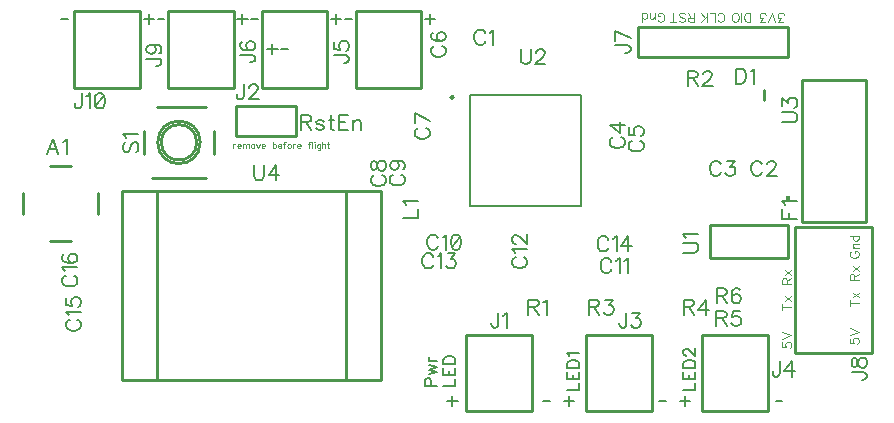
<source format=gbr>
%TF.GenerationSoftware,Novarm,DipTrace,3.3.0.1*%
%TF.CreationDate,2018-11-14T10:18:30-08:00*%
%FSLAX26Y26*%
%MOIN*%
%TF.FileFunction,Legend,Top*%
%TF.Part,Single*%
%ADD10C,0.009843*%
%ADD29C,0.015403*%
%ADD34C,0.007874*%
%ADD92C,0.00772*%
%ADD93C,0.006176*%
%ADD94C,0.004632*%
%ADD96C,0.003088*%
G75*
G01*
%LPD*%
X584654Y1258500D2*
D10*
X655502D1*
X746000Y1168002D2*
Y1097154D1*
X655502Y1006656D2*
X584654D1*
X494156Y1097154D2*
Y1168002D1*
X2964665Y1509448D2*
Y1477952D1*
X1972145Y694684D2*
Y438779D1*
X2190255Y694684D2*
X1972145D1*
X2190255D2*
Y438779D1*
X1972145D1*
X1206200Y1456200D2*
Y1356200D1*
X1406200Y1456200D2*
X1206200D1*
X1406200D2*
Y1356200D1*
X1206200D1*
X2372145Y694684D2*
Y438779D1*
X2590255Y694684D2*
X2372145D1*
X2590255D2*
Y438779D1*
X2372145D1*
X2759645Y694684D2*
Y438779D1*
X2977755Y694684D2*
X2759645D1*
X2977755D2*
Y438779D1*
X2759645D1*
X1821653Y1517716D2*
Y1773621D1*
X1603543Y1517716D2*
X1821653D1*
X1603543D2*
Y1773621D1*
X1821653D1*
X1509153Y1517716D2*
Y1773621D1*
X1291043Y1517716D2*
X1509153D1*
X1291043D2*
Y1773621D1*
X1509153D1*
X3043700Y1618700D2*
Y1718700D1*
X2543700Y1618700D2*
X3043700D1*
X2543700Y1718700D2*
X3043700D1*
X2543700Y1618700D2*
Y1718700D1*
X3067716Y634645D2*
X3323621D1*
X3067716Y1052755D2*
Y634645D1*
Y1052755D2*
X3323621D1*
Y634645D1*
X1196653Y1517716D2*
Y1773621D1*
X978543Y1517716D2*
X1196653D1*
X978543D2*
Y1773621D1*
X1196653D1*
X884153Y1517716D2*
Y1773621D1*
X666043Y1517716D2*
X884153D1*
X666043D2*
Y1773621D1*
X884153D1*
X943872Y1335758D2*
G02X943872Y1335758I70862J0D01*
G01*
X924179Y1217640D2*
X1105289D1*
X1132859Y1296361D2*
Y1375130D1*
X1105289Y1453875D2*
X939933D1*
X896609Y1375130D2*
Y1296361D1*
X955688Y1335746D2*
G02X955688Y1335746I59046J0D01*
G01*
D29*
X3044529Y1148894D3*
X3045569Y1059645D2*
D10*
X2785739D1*
X3045569Y949409D2*
X2785739D1*
Y1059645D2*
Y949409D1*
X3045569Y1059645D2*
Y949409D1*
X1986014Y1492626D2*
D34*
X2354142D1*
Y1124498D1*
X1986014D1*
Y1492626D1*
X1920088Y1485742D2*
D10*
G02X1920088Y1485742I4925J0D01*
G01*
X3306102Y1071161D2*
Y1543602D1*
Y1071161D2*
X3091535D1*
X3306102Y1543602D2*
X3091535D1*
Y1071161D2*
Y1543602D1*
X1571720Y1173621D2*
X941861D1*
Y543700D1*
X1571720D1*
Y1173621D1*
X1689861Y543700D2*
X823720D1*
Y1173621D1*
X1689861D1*
Y543700D1*
X613012Y1295620D2*
D92*
X593834Y1345860D1*
X574711Y1295620D1*
X581896Y1312367D2*
X605827D1*
X628452Y1336243D2*
X633260Y1338675D1*
X640445Y1345805D1*
Y1295620D1*
X2035622Y1699188D2*
X2033245Y1703941D1*
X2028437Y1708750D1*
X2023684Y1711126D1*
X2014122D1*
X2009314Y1708750D1*
X2004561Y1703941D1*
X2002129Y1699188D1*
X1999752Y1692003D1*
Y1680010D1*
X2002129Y1672880D1*
X2004561Y1668072D1*
X2009314Y1663318D1*
X2014122Y1660886D1*
X2023684D1*
X2028437Y1663318D1*
X2033245Y1668072D1*
X2035622Y1672880D1*
X2051061Y1701510D2*
X2055870Y1703941D1*
X2063055Y1711071D1*
Y1660886D1*
X2958133Y1262170D2*
X2955757Y1266923D1*
X2950948Y1271732D1*
X2946195Y1274108D1*
X2936633D1*
X2931825Y1271732D1*
X2927072Y1266923D1*
X2924640Y1262170D1*
X2922263Y1254985D1*
Y1242991D1*
X2924640Y1235862D1*
X2927072Y1231053D1*
X2931825Y1226300D1*
X2936633Y1223868D1*
X2946195D1*
X2950948Y1226300D1*
X2955757Y1231053D1*
X2958133Y1235862D1*
X2976004Y1262115D2*
Y1264491D1*
X2978381Y1269300D1*
X2980758Y1271676D1*
X2985566Y1274053D1*
X2995128D1*
X2999881Y1271676D1*
X3002257Y1269300D1*
X3004689Y1264491D1*
Y1259738D1*
X3002257Y1254930D1*
X2997504Y1247800D1*
X2973572Y1223868D1*
X3007066D1*
X2820633Y1262170D2*
X2818257Y1266923D1*
X2813448Y1271732D1*
X2808695Y1274108D1*
X2799133D1*
X2794325Y1271732D1*
X2789572Y1266923D1*
X2787140Y1262170D1*
X2784763Y1254985D1*
Y1242991D1*
X2787140Y1235862D1*
X2789572Y1231053D1*
X2794325Y1226300D1*
X2799133Y1223868D1*
X2808695D1*
X2813448Y1226300D1*
X2818257Y1231053D1*
X2820633Y1235862D1*
X2840881Y1274053D2*
X2867134D1*
X2852819Y1254930D1*
X2860004D1*
X2864757Y1252553D1*
X2867134Y1250176D1*
X2869566Y1242991D1*
Y1238238D1*
X2867134Y1231053D1*
X2862381Y1226245D1*
X2855196Y1223868D1*
X2848011D1*
X2840881Y1226245D1*
X2838504Y1228677D1*
X2836072Y1233430D1*
X2462730Y1352516D2*
X2457977Y1350139D1*
X2453169Y1345331D1*
X2450792Y1340578D1*
Y1331016D1*
X2453168Y1326208D1*
X2457977Y1321454D1*
X2462730Y1319023D1*
X2469915Y1316646D1*
X2481909D1*
X2489038Y1319023D1*
X2493847Y1321454D1*
X2498600Y1326208D1*
X2501032Y1331016D1*
Y1340578D1*
X2498600Y1345331D1*
X2493847Y1350139D1*
X2489038Y1352516D1*
X2501032Y1391887D2*
X2450847D1*
X2484285Y1367955D1*
Y1403825D1*
X2525230Y1341204D2*
X2520477Y1338828D1*
X2515669Y1334019D1*
X2513292Y1329266D1*
Y1319704D1*
X2515668Y1314896D1*
X2520477Y1310143D1*
X2525230Y1307711D1*
X2532415Y1305334D1*
X2544409D1*
X2551538Y1307711D1*
X2556347Y1310143D1*
X2561100Y1314896D1*
X2563532Y1319704D1*
Y1329266D1*
X2561100Y1334019D1*
X2556347Y1338828D1*
X2551538Y1341204D1*
X2513347Y1385328D2*
Y1361452D1*
X2534847Y1359075D1*
X2532470Y1361452D1*
X2530039Y1368637D1*
Y1375767D1*
X2532470Y1382952D1*
X2537224Y1387760D1*
X2544409Y1390137D1*
X2549162D1*
X2556347Y1387760D1*
X2561155Y1382952D1*
X2563532Y1375767D1*
Y1368637D1*
X2561155Y1361452D1*
X2558723Y1359075D1*
X2553970Y1356643D1*
X1866182Y1657575D2*
X1861428Y1655198D1*
X1856620Y1650390D1*
X1854243Y1645637D1*
Y1636075D1*
X1856620Y1631267D1*
X1861428Y1626514D1*
X1866182Y1624082D1*
X1873367Y1621705D1*
X1885360D1*
X1892490Y1624082D1*
X1897298Y1626514D1*
X1902052Y1631267D1*
X1904483Y1636075D1*
Y1645637D1*
X1902052Y1650390D1*
X1897298Y1655198D1*
X1892490Y1657575D1*
X1861428Y1701699D2*
X1856675Y1699322D1*
X1854299Y1692137D1*
Y1687384D1*
X1856675Y1680199D1*
X1863860Y1675391D1*
X1875799Y1673014D1*
X1887737D1*
X1897298Y1675391D1*
X1902107Y1680199D1*
X1904483Y1687384D1*
Y1689761D1*
X1902107Y1696891D1*
X1897298Y1701699D1*
X1890113Y1704076D1*
X1887737D1*
X1880552Y1701699D1*
X1875799Y1696891D1*
X1873422Y1689761D1*
Y1687384D1*
X1875799Y1680199D1*
X1880552Y1675391D1*
X1887737Y1673014D1*
X1812730Y1383133D2*
X1807977Y1380757D1*
X1803169Y1375948D1*
X1800792Y1371195D1*
Y1361634D1*
X1803168Y1356825D1*
X1807977Y1352072D1*
X1812730Y1349640D1*
X1819915Y1347263D1*
X1831909D1*
X1839038Y1349640D1*
X1843847Y1352072D1*
X1848600Y1356825D1*
X1851032Y1361633D1*
Y1371195D1*
X1848600Y1375948D1*
X1843847Y1380757D1*
X1839038Y1383133D1*
X1851032Y1408134D2*
X1800847Y1432066D1*
Y1398573D1*
X1666182Y1226215D2*
X1661428Y1223838D1*
X1656620Y1219030D1*
X1654243Y1214277D1*
Y1204715D1*
X1656620Y1199907D1*
X1661428Y1195153D1*
X1666182Y1192721D1*
X1673367Y1190345D1*
X1685360D1*
X1692490Y1192721D1*
X1697298Y1195153D1*
X1702052Y1199906D1*
X1704483Y1204715D1*
Y1214277D1*
X1702052Y1219030D1*
X1697298Y1223838D1*
X1692490Y1226215D1*
X1654299Y1253592D2*
X1656675Y1246462D1*
X1661428Y1244031D1*
X1666237D1*
X1670990Y1246462D1*
X1673422Y1251216D1*
X1675799Y1260777D1*
X1678175Y1267962D1*
X1682984Y1272715D1*
X1687737Y1275092D1*
X1694922D1*
X1699675Y1272715D1*
X1702107Y1270339D1*
X1704483Y1263154D1*
Y1253592D1*
X1702107Y1246462D1*
X1699675Y1244031D1*
X1694922Y1241654D1*
X1687737D1*
X1682984Y1244031D1*
X1678175Y1248839D1*
X1675799Y1255969D1*
X1673422Y1265530D1*
X1670990Y1270339D1*
X1666237Y1272715D1*
X1661428D1*
X1656675Y1270339D1*
X1654299Y1263154D1*
Y1253592D1*
X1729415Y1228109D2*
X1724662Y1225732D1*
X1719854Y1220924D1*
X1717477Y1216171D1*
Y1206609D1*
X1719854Y1201801D1*
X1724662Y1197048D1*
X1729415Y1194616D1*
X1736600Y1192239D1*
X1748594D1*
X1755723Y1194616D1*
X1760532Y1197048D1*
X1765285Y1201801D1*
X1767717Y1206609D1*
Y1216171D1*
X1765285Y1220924D1*
X1760532Y1225732D1*
X1755724Y1228109D1*
X1734224Y1274665D2*
X1741409Y1272233D1*
X1746217Y1267480D1*
X1748594Y1260295D1*
Y1257918D1*
X1746217Y1250733D1*
X1741409Y1245980D1*
X1734224Y1243548D1*
X1731847D1*
X1724662Y1245980D1*
X1719909Y1250733D1*
X1717532Y1257918D1*
Y1260295D1*
X1719909Y1267480D1*
X1724662Y1272233D1*
X1734224Y1274665D1*
X1746217D1*
X1758155Y1272233D1*
X1765340Y1267480D1*
X1767717Y1260295D1*
Y1255542D1*
X1765340Y1248357D1*
X1760532Y1245980D1*
X1878266Y1016236D2*
X1875889Y1020989D1*
X1871081Y1025797D1*
X1866328Y1028174D1*
X1856766D1*
X1851958Y1025797D1*
X1847204Y1020989D1*
X1844773Y1016236D1*
X1842396Y1009050D1*
Y997057D1*
X1844773Y989927D1*
X1847204Y985119D1*
X1851958Y980366D1*
X1856766Y977934D1*
X1866328D1*
X1871081Y980366D1*
X1875889Y985119D1*
X1878266Y989927D1*
X1893705Y1018557D2*
X1898514Y1020989D1*
X1905699Y1028118D1*
Y977934D1*
X1935508Y1028118D2*
X1928323Y1025742D1*
X1923515Y1018557D1*
X1921138Y1006619D1*
Y999434D1*
X1923515Y987495D1*
X1928323Y980310D1*
X1935508Y977934D1*
X1940261D1*
X1947446Y980310D1*
X1952199Y987495D1*
X1954631Y999434D1*
Y1006619D1*
X1952199Y1018557D1*
X1947446Y1025742D1*
X1940261Y1028118D1*
X1935508D1*
X1952199Y1018557D2*
X1923515Y987495D1*
X2456080Y938489D2*
X2453704Y943242D1*
X2448895Y948050D1*
X2444142Y950427D1*
X2434580D1*
X2429772Y948050D1*
X2425019Y943242D1*
X2422587Y938489D1*
X2420210Y931304D1*
Y919310D1*
X2422587Y912180D1*
X2425019Y907372D1*
X2429772Y902619D1*
X2434580Y900187D1*
X2444142D1*
X2448895Y902619D1*
X2453704Y907372D1*
X2456080Y912180D1*
X2471519Y940810D2*
X2476328Y943242D1*
X2483513Y950372D1*
Y900187D1*
X2498952Y940810D2*
X2503761Y943242D1*
X2510946Y950372D1*
Y900187D1*
X2136965Y952479D2*
X2132212Y950102D1*
X2127403Y945294D1*
X2125027Y940540D1*
Y930979D1*
X2127403Y926170D1*
X2132212Y921417D1*
X2136965Y918985D1*
X2144150Y916609D1*
X2156144D1*
X2163273Y918985D1*
X2168082Y921417D1*
X2172835Y926170D1*
X2175267Y930979D1*
Y940540D1*
X2172835Y945294D1*
X2168082Y950102D1*
X2163273Y952479D1*
X2134644Y967918D2*
X2132212Y972726D1*
X2125082Y979911D1*
X2175267D1*
X2137020Y997782D2*
X2134644D1*
X2129835Y1000159D1*
X2127459Y1002536D1*
X2125082Y1007344D1*
Y1016906D1*
X2127459Y1021659D1*
X2129835Y1024035D1*
X2134644Y1026467D1*
X2139397D1*
X2144205Y1024035D1*
X2151335Y1019282D1*
X2175267Y995351D1*
Y1028844D1*
X1862305Y953736D2*
X1859929Y958489D1*
X1855120Y963297D1*
X1850367Y965674D1*
X1840805D1*
X1835997Y963297D1*
X1831244Y958489D1*
X1828812Y953736D1*
X1826435Y946550D1*
Y934557D1*
X1828812Y927427D1*
X1831244Y922619D1*
X1835997Y917866D1*
X1840805Y915434D1*
X1850367D1*
X1855120Y917866D1*
X1859929Y922619D1*
X1862305Y927427D1*
X1877745Y956057D2*
X1882553Y958489D1*
X1889738Y965618D1*
Y915434D1*
X1909986Y965618D2*
X1936239D1*
X1921924Y946495D1*
X1929109D1*
X1933862Y944119D1*
X1936239Y941742D1*
X1938671Y934557D1*
Y929804D1*
X1936239Y922619D1*
X1931486Y917810D1*
X1924301Y915434D1*
X1917116D1*
X1909986Y917810D1*
X1907609Y920242D1*
X1905177Y924995D1*
X2445915Y1010829D2*
X2443538Y1015582D1*
X2438730Y1020390D1*
X2433977Y1022767D1*
X2424415D1*
X2419607Y1020390D1*
X2414853Y1015582D1*
X2412422Y1010829D1*
X2410045Y1003644D1*
Y991650D1*
X2412422Y984520D1*
X2414853Y979712D1*
X2419607Y974959D1*
X2424415Y972527D1*
X2433977D1*
X2438730Y974959D1*
X2443538Y979712D1*
X2445915Y984520D1*
X2461354Y1013150D2*
X2466163Y1015582D1*
X2473348Y1022712D1*
Y972527D1*
X2512719D2*
Y1022712D1*
X2488787Y989274D1*
X2524657D1*
X650230Y744417D2*
X645477Y742040D1*
X640669Y737232D1*
X638292Y732479D1*
Y722917D1*
X640668Y718109D1*
X645477Y713356D1*
X650230Y710924D1*
X657415Y708547D1*
X669409D1*
X676538Y710924D1*
X681347Y713356D1*
X686100Y718109D1*
X688532Y722917D1*
Y732479D1*
X686100Y737232D1*
X681347Y742040D1*
X676538Y744417D1*
X647909Y759856D2*
X645477Y764665D1*
X638347Y771850D1*
X688532D1*
X638347Y815974D2*
Y792097D1*
X659847Y789721D1*
X657470Y792097D1*
X655039Y799282D1*
Y806412D1*
X657470Y813597D1*
X662224Y818406D1*
X669409Y820782D1*
X674162D1*
X681347Y818406D1*
X686155Y813597D1*
X688532Y806412D1*
Y799282D1*
X686155Y792097D1*
X683723Y789721D1*
X678970Y787289D1*
X637730Y891204D2*
X632977Y888827D1*
X628169Y884019D1*
X625792Y879266D1*
Y869704D1*
X628168Y864895D1*
X632977Y860142D1*
X637730Y857710D1*
X644915Y855334D1*
X656909D1*
X664038Y857710D1*
X668847Y860142D1*
X673600Y864895D1*
X676032Y869704D1*
Y879265D1*
X673600Y884019D1*
X668847Y888827D1*
X664038Y891204D1*
X635409Y906643D2*
X632977Y911451D1*
X625847Y918636D1*
X676032D1*
X632977Y962761D2*
X628224Y960384D1*
X625847Y953199D1*
Y948446D1*
X628224Y941261D1*
X635409Y936452D1*
X647347Y934076D1*
X659285D1*
X668847Y936452D1*
X673655Y941261D1*
X676032Y948446D1*
Y950822D1*
X673655Y957952D1*
X668847Y962761D1*
X661662Y965137D1*
X659285D1*
X652100Y962761D1*
X647347Y957952D1*
X644970Y950822D1*
Y948446D1*
X647347Y941261D1*
X652100Y936452D1*
X659285Y934076D1*
X2871258Y1581644D2*
Y1531404D1*
X2888005D1*
X2895190Y1533835D1*
X2899998Y1538589D1*
X2902375Y1543397D1*
X2904751Y1550527D1*
Y1562520D1*
X2902375Y1569705D1*
X2899998Y1574459D1*
X2895190Y1579267D1*
X2888005Y1581644D1*
X2871258D1*
X2920191Y1572027D2*
X2924999Y1574459D1*
X2932184Y1581588D1*
Y1531404D1*
X3025792Y1112078D2*
Y1080961D1*
X3076032D1*
X3049724D2*
Y1100084D1*
X3035409Y1127517D2*
X3032977Y1132325D1*
X3025847Y1139510D1*
X3076032D1*
X2079449Y767907D2*
Y729661D1*
X2077073Y722476D1*
X2074641Y720099D1*
X2069888Y717667D1*
X2065079D1*
X2060326Y720099D1*
X2057950Y722476D1*
X2055518Y729661D1*
Y734414D1*
X2094889Y758290D2*
X2099697Y760722D1*
X2106882Y767852D1*
Y717667D1*
X1231200Y1529423D2*
Y1491177D1*
X1228823Y1483992D1*
X1226391Y1481615D1*
X1221638Y1479183D1*
X1216829D1*
X1212076Y1481615D1*
X1209700Y1483992D1*
X1207268Y1491177D1*
Y1495930D1*
X1249071Y1517430D2*
Y1519806D1*
X1251447Y1524615D1*
X1253824Y1526991D1*
X1258632Y1529368D1*
X1268194D1*
X1272947Y1526991D1*
X1275324Y1524615D1*
X1277756Y1519806D1*
Y1515053D1*
X1275324Y1510245D1*
X1270571Y1503115D1*
X1246639Y1479183D1*
X1280132D1*
X2506200Y767907D2*
Y729661D1*
X2503823Y722476D1*
X2501391Y720099D1*
X2496638Y717667D1*
X2491829D1*
X2487076Y720099D1*
X2484700Y722476D1*
X2482268Y729661D1*
Y734414D1*
X2526447Y767852D2*
X2552700D1*
X2538385Y748729D1*
X2545571D1*
X2550324Y746352D1*
X2552700Y743976D1*
X2555132Y736791D1*
Y732037D1*
X2552700Y724852D1*
X2547947Y720044D1*
X2540762Y717667D1*
X2533577D1*
X2526447Y720044D1*
X2524071Y722476D1*
X2521639Y727229D1*
X3017511Y605407D2*
Y567161D1*
X3015135Y559976D1*
X3012703Y557599D1*
X3007950Y555167D1*
X3003141D1*
X2998388Y557599D1*
X2996011Y559976D1*
X2993580Y567161D1*
Y571914D1*
X3056882Y555167D2*
Y605352D1*
X3032951Y571914D1*
X3068820D1*
X1531304Y1625786D2*
X1569550D1*
X1576735Y1623410D1*
X1579112Y1620978D1*
X1581544Y1616225D1*
Y1611416D1*
X1579112Y1606663D1*
X1576735Y1604286D1*
X1569550Y1601855D1*
X1564797D1*
X1531359Y1669910D2*
Y1646034D1*
X1552859Y1643657D1*
X1550482Y1646034D1*
X1548050Y1653219D1*
Y1660349D1*
X1550482Y1667534D1*
X1555235Y1672342D1*
X1562420Y1674719D1*
X1567174D1*
X1574359Y1672342D1*
X1579167Y1667534D1*
X1581544Y1660349D1*
Y1653219D1*
X1579167Y1646034D1*
X1576735Y1643657D1*
X1571982Y1641225D1*
X1218804Y1627002D2*
X1257050D1*
X1264235Y1624626D1*
X1266612Y1622194D1*
X1269044Y1617441D1*
Y1612632D1*
X1266612Y1607879D1*
X1264235Y1605502D1*
X1257050Y1603071D1*
X1252297D1*
X1225989Y1671126D2*
X1221236Y1668750D1*
X1218859Y1661565D1*
Y1656812D1*
X1221236Y1649626D1*
X1228421Y1644818D1*
X1240359Y1642441D1*
X1252297D1*
X1261859Y1644818D1*
X1266667Y1649626D1*
X1269044Y1656811D1*
Y1659188D1*
X1266667Y1666318D1*
X1261859Y1671126D1*
X1254674Y1673503D1*
X1252297D1*
X1245112Y1671126D1*
X1240359Y1666318D1*
X1237982Y1659188D1*
Y1656811D1*
X1240359Y1649626D1*
X1245112Y1644818D1*
X1252297Y1642441D1*
X2469690Y1658660D2*
X2507936D1*
X2515121Y1656284D1*
X2517498Y1653852D1*
X2519930Y1649099D1*
Y1644290D1*
X2517498Y1639537D1*
X2515121Y1637160D1*
X2507936Y1634729D1*
X2503183D1*
X2519930Y1683661D2*
X2469745Y1707593D1*
Y1674100D1*
X3256993Y568727D2*
X3295239D1*
X3302424Y566351D1*
X3304801Y563919D1*
X3307233Y559166D1*
Y554357D1*
X3304801Y549604D1*
X3302424Y547227D1*
X3295239Y544796D1*
X3290486D1*
X3257048Y596105D2*
X3259425Y588975D1*
X3264178Y586543D1*
X3268986D1*
X3273739Y588975D1*
X3276171Y593728D1*
X3278548Y603290D1*
X3280924Y610475D1*
X3285733Y615228D1*
X3290486Y617605D1*
X3297671D1*
X3302424Y615228D1*
X3304856Y612851D1*
X3307233Y605666D1*
Y596105D1*
X3304856Y588975D1*
X3302424Y586543D1*
X3297671Y584166D1*
X3290486Y584167D1*
X3285733Y586543D1*
X3280924Y591352D1*
X3278548Y598481D1*
X3276171Y608043D1*
X3273739Y612851D1*
X3268986Y615228D1*
X3264178D1*
X3259425Y612851D1*
X3257048Y605666D1*
Y596105D1*
X906304Y1614475D2*
X944550D1*
X951735Y1612098D1*
X954112Y1609666D1*
X956544Y1604913D1*
Y1600104D1*
X954112Y1595351D1*
X951735Y1592975D1*
X944550Y1590543D1*
X939797D1*
X923050Y1661031D2*
X930235Y1658599D1*
X935044Y1653845D1*
X937421Y1646660D1*
Y1644284D1*
X935044Y1637099D1*
X930235Y1632346D1*
X923050Y1629914D1*
X920674D1*
X913489Y1632346D1*
X908736Y1637099D1*
X906359Y1644284D1*
Y1646660D1*
X908736Y1653845D1*
X913489Y1658599D1*
X923050Y1661031D1*
X935044Y1661030D1*
X946982Y1658599D1*
X954167Y1653845D1*
X956544Y1646660D1*
Y1641907D1*
X954167Y1634722D1*
X949359Y1632346D1*
X690810Y1499010D2*
Y1460763D1*
X688433Y1453578D1*
X686002Y1451202D1*
X681248Y1448770D1*
X676440D1*
X671687Y1451202D1*
X669310Y1453578D1*
X666878Y1460763D1*
Y1465516D1*
X706249Y1489393D2*
X711058Y1491825D1*
X718243Y1498954D1*
Y1448770D1*
X748052Y1498954D2*
X740867Y1496578D1*
X736059Y1489393D1*
X733682Y1477455D1*
Y1470270D1*
X736059Y1458331D1*
X740867Y1451146D1*
X748052Y1448770D1*
X752805D1*
X759990Y1451146D1*
X764743Y1458331D1*
X767175Y1470270D1*
Y1477455D1*
X764743Y1489393D1*
X759990Y1496578D1*
X752805Y1498954D1*
X748052D1*
X764743Y1489393D2*
X736059Y1458331D1*
X1762347Y1083597D2*
X1812587D1*
Y1112281D1*
X1771964Y1127721D2*
X1769532Y1132529D1*
X1762402Y1139714D1*
X1812587D1*
X2179772Y787676D2*
X2201272D1*
X2208457Y790108D1*
X2210889Y792485D1*
X2213266Y797238D1*
Y802046D1*
X2210889Y806800D1*
X2208457Y809232D1*
X2201272Y811608D1*
X2179772D1*
Y761368D1*
X2196519Y787676D2*
X2213266Y761368D1*
X2228705Y801991D2*
X2233513Y804423D1*
X2240698Y811553D1*
Y761368D1*
X2710952Y1550176D2*
X2732451D1*
X2739636Y1552608D1*
X2742068Y1554985D1*
X2744445Y1559738D1*
Y1564546D1*
X2742068Y1569300D1*
X2739636Y1571732D1*
X2732451Y1574108D1*
X2710952D1*
Y1523868D1*
X2727698Y1550176D2*
X2744445Y1523868D1*
X2762316Y1562115D2*
Y1564491D1*
X2764693Y1569300D1*
X2767069Y1571676D1*
X2771878Y1574053D1*
X2781439D1*
X2786192Y1571676D1*
X2788569Y1569300D1*
X2791001Y1564491D1*
Y1559738D1*
X2788569Y1554930D1*
X2783816Y1547800D1*
X2759884Y1523868D1*
X2793378D1*
X2381522Y787676D2*
X2403022D1*
X2410207Y790108D1*
X2412639Y792485D1*
X2415016Y797238D1*
Y802046D1*
X2412639Y806800D1*
X2410207Y809232D1*
X2403022Y811608D1*
X2381522D1*
Y761368D1*
X2398269Y787676D2*
X2415016Y761368D1*
X2435264Y811553D2*
X2461517D1*
X2447202Y792430D1*
X2454387D1*
X2459140Y790053D1*
X2461517Y787676D1*
X2463948Y780491D1*
Y775738D1*
X2461517Y768553D1*
X2456763Y763745D1*
X2449578Y761368D1*
X2442393D1*
X2435264Y763745D1*
X2432887Y766177D1*
X2430455Y770930D1*
X2697263Y787676D2*
X2718763D1*
X2725948Y790108D1*
X2728380Y792485D1*
X2730757Y797238D1*
Y802046D1*
X2728380Y806800D1*
X2725948Y809232D1*
X2718763Y811608D1*
X2697263D1*
Y761368D1*
X2714010Y787676D2*
X2730757Y761368D1*
X2770128D2*
Y811553D1*
X2746196Y778115D1*
X2782066D1*
X2806522Y750176D2*
X2828022D1*
X2835207Y752608D1*
X2837639Y754985D1*
X2840016Y759738D1*
Y764546D1*
X2837639Y769300D1*
X2835207Y771732D1*
X2828022Y774108D1*
X2806522D1*
Y723868D1*
X2823269Y750176D2*
X2840016Y723868D1*
X2884140Y774053D2*
X2860264D1*
X2857887Y752553D1*
X2860264Y754930D1*
X2867449Y757361D1*
X2874578D1*
X2881763Y754930D1*
X2886572Y750176D1*
X2888948Y742991D1*
Y738238D1*
X2886572Y731053D1*
X2881763Y726245D1*
X2874578Y723868D1*
X2867449D1*
X2860264Y726245D1*
X2857887Y728677D1*
X2855455Y733430D1*
X2807738Y825176D2*
X2829238D1*
X2836423Y827608D1*
X2838855Y829985D1*
X2841232Y834738D1*
Y839546D1*
X2838855Y844300D1*
X2836423Y846732D1*
X2829238Y849108D1*
X2807738D1*
Y798868D1*
X2824485Y825176D2*
X2841232Y798868D1*
X2885356Y841923D2*
X2882979Y846676D1*
X2875794Y849053D1*
X2871041D1*
X2863856Y846676D1*
X2859048Y839491D1*
X2856671Y827553D1*
Y815615D1*
X2859048Y806053D1*
X2863856Y801245D1*
X2871041Y798868D1*
X2873418D1*
X2880547Y801245D1*
X2885356Y806053D1*
X2887732Y813238D1*
Y815615D1*
X2885356Y822800D1*
X2880547Y827553D1*
X2873418Y829930D1*
X2871041D1*
X2863856Y827553D1*
X2859048Y822800D1*
X2856671Y815615D1*
X836196Y1335835D2*
X831388Y1331082D1*
X829011Y1323897D1*
Y1314336D1*
X831388Y1307151D1*
X836196Y1302342D1*
X840949D1*
X845758Y1304774D1*
X848134Y1307151D1*
X850511Y1311904D1*
X855319Y1326274D1*
X857696Y1331082D1*
X860128Y1333459D1*
X864881Y1335835D1*
X872066D1*
X876819Y1331082D1*
X879251Y1323897D1*
Y1314336D1*
X876819Y1307151D1*
X872066Y1302342D1*
X838628Y1351275D2*
X836196Y1356083D1*
X829066Y1363268D1*
X879251D1*
X2695762Y968060D2*
X2731632D1*
X2738817Y970437D1*
X2743571Y975245D1*
X2746002Y982430D1*
Y987183D1*
X2743571Y994368D1*
X2738817Y999177D1*
X2731632Y1001553D1*
X2695762D1*
X2705379Y1016992D2*
X2702947Y1021801D1*
X2695818Y1028986D1*
X2746002D1*
X2153865Y1646549D2*
Y1610679D1*
X2156242Y1603494D1*
X2161050Y1598741D1*
X2168235Y1596309D1*
X2172988D1*
X2180173Y1598741D1*
X2184982Y1603494D1*
X2187358Y1610679D1*
Y1646549D1*
X2205229Y1634556D2*
Y1636932D1*
X2207606Y1641741D1*
X2209983Y1644117D1*
X2214791Y1646494D1*
X2224353D1*
X2229106Y1644117D1*
X2231482Y1641741D1*
X2233914Y1636932D1*
Y1632179D1*
X2231482Y1627371D1*
X2226729Y1620241D1*
X2202798Y1596309D1*
X2236291D1*
X3025595Y1402389D2*
X3061465D1*
X3068650Y1404765D1*
X3073403Y1409574D1*
X3075835Y1416759D1*
Y1421512D1*
X3073403Y1428697D1*
X3068650Y1433505D1*
X3061465Y1435882D1*
X3025595D1*
X3025650Y1456130D2*
Y1482383D1*
X3044774Y1468068D1*
Y1475253D1*
X3047150Y1480006D1*
X3049527Y1482383D1*
X3056712Y1484815D1*
X3061465D1*
X3068650Y1482383D1*
X3073458Y1477630D1*
X3075835Y1470444D1*
Y1463259D1*
X3073458Y1456130D1*
X3071027Y1453753D1*
X3066273Y1451321D1*
X1264389Y1259344D2*
Y1223474D1*
X1266766Y1216289D1*
X1271574Y1211536D1*
X1278759Y1209104D1*
X1283513D1*
X1290698Y1211536D1*
X1295506Y1216289D1*
X1297883Y1223474D1*
Y1259344D1*
X1337254Y1209104D2*
Y1259289D1*
X1313322Y1225851D1*
X1349192D1*
X1854651Y523305D2*
D93*
Y540549D1*
X1852750Y546253D1*
X1850804Y548198D1*
X1847002Y550100D1*
X1841254D1*
X1837451Y548198D1*
X1835506Y546253D1*
X1833604Y540549D1*
Y523305D1*
X1873796D1*
X1847002Y562451D2*
X1873796Y570100D1*
X1847002Y577750D1*
X1873796Y585399D1*
X1847002Y593048D1*
Y605400D2*
X1873796D1*
X1858498D2*
X1852750Y607345D1*
X1848903Y611148D1*
X1847002Y614994D1*
Y620742D1*
X2701488Y489737D2*
Y455293D1*
X2684288Y472493D2*
X2718732D1*
X3003249Y472515D2*
X3025356D1*
X1926488Y489737D2*
Y455293D1*
X1909288Y472493D2*
X1943732D1*
X2228249Y472515D2*
X2250356D1*
X2313988Y489737D2*
Y455293D1*
X2296788Y472493D2*
X2331232D1*
X2615749Y472515D2*
X2637856D1*
X1896104Y523305D2*
X1936296D1*
Y546253D1*
X1896104Y583453D2*
Y558604D1*
X1936296D1*
Y583453D1*
X1915250Y558604D2*
Y573903D1*
X1896104Y595805D2*
X1936296D1*
Y609202D1*
X1934351Y614950D1*
X1930548Y618797D1*
X1926701Y620698D1*
X1920998Y622599D1*
X1911403D1*
X1905655Y620698D1*
X1901852Y618797D1*
X1898006Y614950D1*
X1896104Y609202D1*
Y595805D1*
X2308604Y510805D2*
X2348796D1*
Y533753D1*
X2308604Y570953D2*
Y546104D1*
X2348796D1*
Y570953D1*
X2327750Y546104D2*
Y561403D1*
X2308604Y583305D2*
X2348796D1*
Y596702D1*
X2346851Y602450D1*
X2343048Y606297D1*
X2339201Y608198D1*
X2333498Y610099D1*
X2323903D1*
X2318155Y608198D1*
X2314352Y606297D1*
X2310506Y602450D1*
X2308604Y596702D1*
Y583305D1*
X2316298Y622451D2*
X2314352Y626298D1*
X2308648Y632046D1*
X2348796D1*
X2696104Y510805D2*
X2736296D1*
Y533753D1*
X2696104Y570953D2*
Y546104D1*
X2736296D1*
Y570953D1*
X2715250Y546104D2*
Y561403D1*
X2696104Y583305D2*
X2736296D1*
Y596702D1*
X2734351Y602450D1*
X2730548Y606297D1*
X2726701Y608198D1*
X2720998Y610099D1*
X2711403D1*
X2705655Y608198D1*
X2701852Y606297D1*
X2698006Y602450D1*
X2696104Y596702D1*
Y583305D1*
X2705699Y624396D2*
X2703798D1*
X2699951Y626298D1*
X2698050Y628199D1*
X2696148Y632046D1*
Y639695D1*
X2698050Y643498D1*
X2699951Y645399D1*
X2703798Y647344D1*
X2707600D1*
X2711447Y645399D1*
X2717151Y641596D1*
X2736296Y622451D1*
Y649246D1*
X3258150Y973281D2*
D94*
X3255298Y971855D1*
X3252413Y968970D1*
X3250987Y966118D1*
Y960381D1*
X3252413Y957496D1*
X3255298Y954644D1*
X3258150Y953185D1*
X3262461Y951759D1*
X3269657D1*
X3273935Y953185D1*
X3276820Y954644D1*
X3279672Y957496D1*
X3281131Y960381D1*
Y966118D1*
X3279672Y968970D1*
X3276820Y971855D1*
X3273935Y973281D1*
X3269657D1*
Y966118D1*
X3261035Y982544D2*
X3281131D1*
X3266772D2*
X3262461Y986855D1*
X3261035Y989740D1*
Y994018D1*
X3262461Y996903D1*
X3266772Y998329D1*
X3281131D1*
X3250987Y1024804D2*
X3281131D1*
X3265346D2*
X3262461Y1021952D1*
X3261035Y1019067D1*
Y1014756D1*
X3262461Y1011904D1*
X3265346Y1009019D1*
X3269657Y1007593D1*
X3272509D1*
X3276820Y1009019D1*
X3279672Y1011904D1*
X3281131Y1014756D1*
Y1019067D1*
X3279672Y1021952D1*
X3276820Y1024804D1*
X3025987Y786807D2*
X3056131D1*
X3025987Y776759D2*
Y796855D1*
X3036035Y806118D2*
X3056131Y821903D1*
X3036035D2*
X3056131Y806118D1*
X2610039Y1744429D2*
X2611465Y1741577D1*
X2614350Y1738692D1*
X2617202Y1737266D1*
X2622939D1*
X2625824Y1738692D1*
X2628676Y1741577D1*
X2630135Y1744429D1*
X2631561Y1748740D1*
Y1755936D1*
X2630135Y1760214D1*
X2628676Y1763099D1*
X2625824Y1765951D1*
X2622939Y1767410D1*
X2617202D1*
X2614350Y1765951D1*
X2611465Y1763099D1*
X2610039Y1760214D1*
Y1755936D1*
X2617202D1*
X2600776Y1747314D2*
Y1767410D1*
Y1753051D2*
X2596465Y1748740D1*
X2593580Y1747314D1*
X2589302D1*
X2586417Y1748740D1*
X2584991Y1753051D1*
Y1767410D1*
X2558516Y1737266D2*
Y1767410D1*
Y1751625D2*
X2561368Y1748740D1*
X2564253Y1747314D1*
X2568564D1*
X2571416Y1748740D1*
X2574301Y1751625D1*
X2575727Y1755936D1*
Y1758788D1*
X2574301Y1763099D1*
X2571416Y1765951D1*
X2568564Y1767410D1*
X2564253D1*
X2561368Y1765951D1*
X2558516Y1763099D1*
X2731561Y1751625D2*
X2718661D1*
X2714350Y1750166D1*
X2712891Y1748740D1*
X2711465Y1745888D1*
Y1743003D1*
X2712891Y1740151D1*
X2714350Y1738692D1*
X2718661Y1737266D1*
X2731561D1*
Y1767410D1*
X2721513Y1751625D2*
X2711465Y1767410D1*
X2682106Y1741577D2*
X2684958Y1738692D1*
X2689269Y1737266D1*
X2695006D1*
X2699317Y1738692D1*
X2702202Y1741577D1*
Y1744429D1*
X2700743Y1747314D1*
X2699317Y1748740D1*
X2696465Y1750166D1*
X2687843Y1753051D1*
X2684958Y1754477D1*
X2683532Y1755936D1*
X2682106Y1758788D1*
Y1763099D1*
X2684958Y1765951D1*
X2689269Y1767410D1*
X2695006D1*
X2699317Y1765951D1*
X2702202Y1763099D1*
X2662794Y1737266D2*
Y1767410D1*
X2672842Y1737266D2*
X2652746D1*
X2810039Y1744429D2*
X2811465Y1741577D1*
X2814350Y1738692D1*
X2817202Y1737266D1*
X2822939D1*
X2825824Y1738692D1*
X2828676Y1741577D1*
X2830135Y1744429D1*
X2831561Y1748740D1*
Y1755936D1*
X2830135Y1760214D1*
X2828676Y1763099D1*
X2825824Y1765951D1*
X2822939Y1767410D1*
X2817202D1*
X2814350Y1765951D1*
X2811465Y1763099D1*
X2810039Y1760214D1*
X2800776Y1737266D2*
Y1767410D1*
X2783565D1*
X2774301Y1737266D2*
Y1767410D1*
X2754205Y1737266D2*
X2774301Y1757362D1*
X2767138Y1750166D2*
X2754205Y1767410D1*
X2919061Y1737266D2*
Y1767410D1*
X2909013D1*
X2904702Y1765951D1*
X2901817Y1763099D1*
X2900391Y1760214D1*
X2898965Y1755936D1*
Y1748740D1*
X2900391Y1744429D1*
X2901817Y1741577D1*
X2904702Y1738692D1*
X2909013Y1737266D1*
X2919061D1*
X2889702D2*
Y1767410D1*
X2871816Y1737266D2*
X2874701Y1738692D1*
X2877553Y1741577D1*
X2879012Y1744429D1*
X2880438Y1748740D1*
Y1755936D1*
X2879012Y1760214D1*
X2877553Y1763099D1*
X2874701Y1765951D1*
X2871816Y1767410D1*
X2866079D1*
X2863227Y1765951D1*
X2860342Y1763099D1*
X2858916Y1760214D1*
X2857490Y1755936D1*
Y1748740D1*
X2858916Y1744429D1*
X2860342Y1741577D1*
X2863227Y1738692D1*
X2866079Y1737266D1*
X2871816D1*
X3028676Y1737299D2*
X3012924Y1737300D1*
X3021513Y1748773D1*
X3017202D1*
X3014350Y1750199D1*
X3012924Y1751625D1*
X3011465Y1755936D1*
Y1758788D1*
X3012924Y1763099D1*
X3015776Y1765984D1*
X3020087Y1767410D1*
X3024398D1*
X3028676Y1765984D1*
X3030102Y1764525D1*
X3031561Y1761673D1*
X3002202Y1737266D2*
X2990728Y1767410D1*
X2979254Y1737266D1*
X2967105Y1737300D2*
X2951353D1*
X2959942Y1748773D1*
X2955631D1*
X2952779Y1750199D1*
X2951353Y1751625D1*
X2949894Y1755936D1*
Y1758788D1*
X2951353Y1763099D1*
X2954205Y1765984D1*
X2958516Y1767410D1*
X2962827D1*
X2967105Y1765984D1*
X2968531Y1764525D1*
X2969990Y1761673D1*
X621788Y1747515D2*
D93*
X643896D1*
X913988Y1764737D2*
Y1730293D1*
X896788Y1747493D2*
X931232D1*
X943583Y1747515D2*
X965691D1*
X1226488Y1764737D2*
Y1730293D1*
X1209288Y1747493D2*
X1243732D1*
X1256083Y1747515D2*
X1278191D1*
X1538988Y1764737D2*
Y1730293D1*
X1521788Y1747493D2*
X1556232D1*
X1568583Y1747515D2*
X1590691D1*
X1326488Y1664737D2*
Y1630293D1*
X1309288Y1647493D2*
X1343732D1*
X1356083Y1647515D2*
X1378191D1*
X1851488Y1764737D2*
Y1730293D1*
X1834288Y1747493D2*
X1868732D1*
X3040346Y864259D2*
D94*
Y877159D1*
X3038887Y881470D1*
X3037461Y882929D1*
X3034609Y884355D1*
X3031724D1*
X3028872Y882929D1*
X3027413Y881470D1*
X3025987Y877159D1*
Y864259D1*
X3056131D1*
X3040346Y874307D2*
X3056131Y884355D1*
X3036035Y893618D2*
X3056131Y909403D1*
X3036035D2*
X3056131Y893618D1*
X3026020Y668970D2*
Y654644D1*
X3038920Y653218D1*
X3037494Y654644D1*
X3036035Y658955D1*
Y663233D1*
X3037494Y667544D1*
X3040346Y670429D1*
X3044657Y671855D1*
X3047509D1*
X3051820Y670429D1*
X3054705Y667544D1*
X3056131Y663233D1*
Y658955D1*
X3054705Y654644D1*
X3053246Y653218D1*
X3050394Y651759D1*
X3025987Y681118D2*
X3056131Y692592D1*
X3025987Y704066D1*
X3250987Y799307D2*
X3281131D1*
X3250987Y789259D2*
Y809355D1*
X3261035Y818618D2*
X3281131Y834403D1*
X3261035D2*
X3281131Y818618D1*
X3265346Y876759D2*
Y889659D1*
X3263887Y893970D1*
X3262461Y895429D1*
X3259609Y896855D1*
X3256724D1*
X3253872Y895429D1*
X3252413Y893970D1*
X3250987Y889659D1*
Y876759D1*
X3281131D1*
X3265346Y886807D2*
X3281131Y896855D1*
X3261035Y906118D2*
X3281131Y921903D1*
X3261035D2*
X3281131Y906118D1*
X3251020Y681470D2*
Y667144D1*
X3263920Y665718D1*
X3262494Y667144D1*
X3261035Y671455D1*
Y675733D1*
X3262494Y680044D1*
X3265346Y682929D1*
X3269657Y684355D1*
X3272509D1*
X3276820Y682929D1*
X3279705Y680044D1*
X3281131Y675733D1*
Y671455D1*
X3279705Y667144D1*
X3278246Y665718D1*
X3275394Y664259D1*
X3250987Y693618D2*
X3281131Y705092D1*
X3250987Y716566D1*
X1422560Y1402810D2*
D92*
X1444060D1*
X1451245Y1405241D1*
X1453677Y1407618D1*
X1456053Y1412371D1*
Y1417180D1*
X1453677Y1421933D1*
X1451245Y1424365D1*
X1444060Y1426741D1*
X1422560D1*
Y1376501D1*
X1439306Y1402810D2*
X1456053Y1376501D1*
X1497801Y1402810D2*
X1495424Y1407618D1*
X1488239Y1409995D1*
X1481054D1*
X1473869Y1407618D1*
X1471492Y1402810D1*
X1473869Y1398056D1*
X1478677Y1395625D1*
X1490616Y1393248D1*
X1495424Y1390871D1*
X1497801Y1386063D1*
Y1383686D1*
X1495424Y1378933D1*
X1488239Y1376501D1*
X1481054D1*
X1473869Y1378933D1*
X1471492Y1383686D1*
X1520425Y1426741D2*
Y1386063D1*
X1522802Y1378933D1*
X1527610Y1376501D1*
X1532363D1*
X1513240Y1409995D2*
X1529987D1*
X1578864Y1426741D2*
X1547802D1*
Y1376501D1*
X1578864D1*
X1547802Y1402810D2*
X1566926D1*
X1594303Y1409995D2*
Y1376501D1*
Y1400433D2*
X1601488Y1407618D1*
X1606297Y1409995D1*
X1613426D1*
X1618235Y1407618D1*
X1620611Y1400433D1*
Y1376501D1*
X1195244Y1330218D2*
D96*
Y1316821D1*
Y1324470D2*
X1196217Y1327344D1*
X1198118Y1329267D1*
X1200041Y1330218D1*
X1202915D1*
X1209091Y1324470D2*
X1220565D1*
Y1326393D1*
X1219614Y1328317D1*
X1218664Y1329267D1*
X1216740Y1330218D1*
X1213866D1*
X1211965Y1329267D1*
X1210042Y1327344D1*
X1209091Y1324470D1*
Y1322569D1*
X1210042Y1319695D1*
X1211965Y1317793D1*
X1213866Y1316821D1*
X1216740D1*
X1218664Y1317793D1*
X1220565Y1319695D1*
X1226741Y1330218D2*
Y1316821D1*
Y1326393D2*
X1229615Y1329267D1*
X1231538Y1330218D1*
X1234390D1*
X1236313Y1329267D1*
X1237264Y1326393D1*
Y1316821D1*
Y1326393D2*
X1240138Y1329267D1*
X1242061Y1330218D1*
X1244913D1*
X1246837Y1329267D1*
X1247809Y1326393D1*
Y1316821D1*
X1258760Y1330218D2*
X1256859Y1329267D1*
X1254936Y1327344D1*
X1253985Y1324470D1*
Y1322569D1*
X1254936Y1319695D1*
X1256859Y1317793D1*
X1258760Y1316821D1*
X1261634D1*
X1263558Y1317793D1*
X1265459Y1319695D1*
X1266432Y1322569D1*
Y1324470D1*
X1265459Y1327344D1*
X1263558Y1329267D1*
X1261634Y1330218D1*
X1258760D1*
X1272608D2*
X1278356Y1316821D1*
X1284081Y1330218D1*
X1290257Y1324470D2*
X1301731D1*
Y1326393D1*
X1300781Y1328317D1*
X1299830Y1329267D1*
X1297906Y1330218D1*
X1295032D1*
X1293131Y1329267D1*
X1291208Y1327344D1*
X1290257Y1324470D1*
Y1322569D1*
X1291208Y1319695D1*
X1293131Y1317793D1*
X1295032Y1316821D1*
X1297906D1*
X1299830Y1317793D1*
X1301731Y1319695D1*
X1327347Y1336917D2*
Y1316821D1*
Y1327344D2*
X1329271Y1329267D1*
X1331172Y1330218D1*
X1334046D1*
X1335947Y1329267D1*
X1337871Y1327344D1*
X1338821Y1324470D1*
Y1322569D1*
X1337871Y1319695D1*
X1335947Y1317793D1*
X1334046Y1316821D1*
X1331172D1*
X1329271Y1317793D1*
X1327347Y1319695D1*
X1344997Y1324470D2*
X1356471D1*
Y1326393D1*
X1355520Y1328317D1*
X1354570Y1329267D1*
X1352646Y1330218D1*
X1349772D1*
X1347871Y1329267D1*
X1345948Y1327344D1*
X1344997Y1324470D1*
Y1322569D1*
X1345948Y1319695D1*
X1347871Y1317793D1*
X1349772Y1316821D1*
X1352646D1*
X1354570Y1317793D1*
X1356471Y1319695D1*
X1370296Y1336917D2*
X1368395D1*
X1366471Y1335966D1*
X1365521Y1333092D1*
Y1316821D1*
X1362647Y1330218D2*
X1369345D1*
X1381247D2*
X1379346Y1329267D1*
X1377422Y1327344D1*
X1376472Y1324470D1*
Y1322569D1*
X1377422Y1319695D1*
X1379346Y1317793D1*
X1381247Y1316821D1*
X1384121D1*
X1386044Y1317793D1*
X1387945Y1319695D1*
X1388918Y1322569D1*
Y1324470D1*
X1387945Y1327344D1*
X1386044Y1329267D1*
X1384121Y1330218D1*
X1381247D1*
X1395094D2*
Y1316821D1*
Y1324470D2*
X1396067Y1327344D1*
X1397968Y1329267D1*
X1399891Y1330218D1*
X1402765D1*
X1408941Y1324470D2*
X1420415D1*
Y1326393D1*
X1419464Y1328317D1*
X1418514Y1329267D1*
X1416590Y1330218D1*
X1413716D1*
X1411815Y1329267D1*
X1409892Y1327344D1*
X1408941Y1324470D1*
Y1322569D1*
X1409892Y1319695D1*
X1411815Y1317793D1*
X1413716Y1316821D1*
X1416590D1*
X1418514Y1317793D1*
X1420415Y1319695D1*
X1453680Y1336917D2*
X1451779D1*
X1449856Y1335966D1*
X1448905Y1333092D1*
Y1316821D1*
X1446031Y1330218D2*
X1452730D1*
X1459856Y1336917D2*
Y1316821D1*
X1466032Y1336917D2*
X1466982Y1335966D1*
X1467955Y1336917D1*
X1466982Y1337889D1*
X1466032Y1336917D1*
X1466982Y1330218D2*
Y1316821D1*
X1485605Y1329267D2*
Y1313947D1*
X1484654Y1311095D1*
X1483704Y1310122D1*
X1481780Y1309171D1*
X1478906D1*
X1477005Y1310122D1*
X1485605Y1326393D2*
X1483704Y1328294D1*
X1481780Y1329267D1*
X1478906D1*
X1477005Y1328294D1*
X1475081Y1326393D1*
X1474131Y1323519D1*
Y1321596D1*
X1475081Y1318744D1*
X1477005Y1316821D1*
X1478906Y1315870D1*
X1481780D1*
X1483704Y1316821D1*
X1485605Y1318744D1*
X1491781Y1336917D2*
Y1316821D1*
Y1326393D2*
X1494655Y1329267D1*
X1496578Y1330218D1*
X1499452D1*
X1501353Y1329267D1*
X1502304Y1326393D1*
Y1316821D1*
X1511354Y1336917D2*
Y1320645D1*
X1512304Y1317793D1*
X1514228Y1316821D1*
X1516129D1*
X1508480Y1330218D2*
X1515178D1*
M02*

</source>
